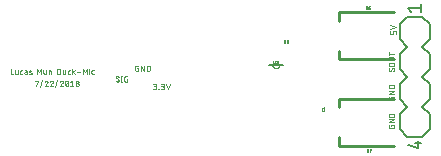
<source format=gbr>
G04 EAGLE Gerber RS-274X export*
G75*
%MOMM*%
%FSLAX34Y34*%
%LPD*%
%AMOC8*
5,1,8,0,0,1.08239X$1,22.5*%
G01*
%ADD10C,0.050800*%
%ADD11C,0.152400*%
%ADD12C,0.000000*%
%ADD13C,0.025400*%
%ADD14C,0.127000*%
%ADD15C,0.254000*%


D10*
X-83312Y9144D02*
X-83251Y9146D01*
X-83190Y9151D01*
X-83129Y9161D01*
X-83069Y9174D01*
X-83010Y9190D01*
X-82952Y9210D01*
X-82895Y9234D01*
X-82840Y9260D01*
X-82786Y9291D01*
X-82735Y9324D01*
X-82685Y9360D01*
X-82638Y9400D01*
X-82594Y9442D01*
X-82552Y9486D01*
X-82512Y9533D01*
X-82476Y9583D01*
X-82443Y9634D01*
X-82412Y9688D01*
X-82386Y9743D01*
X-82362Y9800D01*
X-82342Y9858D01*
X-82326Y9917D01*
X-82313Y9977D01*
X-82303Y10038D01*
X-82298Y10099D01*
X-82296Y10160D01*
X-83312Y9144D02*
X-83401Y9146D01*
X-83490Y9151D01*
X-83579Y9161D01*
X-83667Y9174D01*
X-83755Y9190D01*
X-83842Y9210D01*
X-83927Y9234D01*
X-84012Y9262D01*
X-84096Y9292D01*
X-84178Y9327D01*
X-84259Y9364D01*
X-84338Y9405D01*
X-84416Y9450D01*
X-84491Y9497D01*
X-84565Y9548D01*
X-84636Y9601D01*
X-84705Y9658D01*
X-84772Y9717D01*
X-84836Y9779D01*
X-84709Y12700D02*
X-84707Y12761D01*
X-84702Y12822D01*
X-84692Y12883D01*
X-84679Y12943D01*
X-84663Y13002D01*
X-84643Y13060D01*
X-84619Y13117D01*
X-84593Y13172D01*
X-84562Y13226D01*
X-84529Y13277D01*
X-84493Y13327D01*
X-84453Y13374D01*
X-84411Y13418D01*
X-84367Y13460D01*
X-84320Y13500D01*
X-84270Y13536D01*
X-84219Y13569D01*
X-84165Y13600D01*
X-84110Y13626D01*
X-84053Y13650D01*
X-83995Y13670D01*
X-83936Y13686D01*
X-83876Y13699D01*
X-83815Y13709D01*
X-83754Y13714D01*
X-83693Y13716D01*
X-83611Y13714D01*
X-83530Y13709D01*
X-83449Y13700D01*
X-83368Y13688D01*
X-83288Y13672D01*
X-83208Y13653D01*
X-83129Y13631D01*
X-83052Y13605D01*
X-82976Y13576D01*
X-82901Y13543D01*
X-82827Y13508D01*
X-82755Y13469D01*
X-82685Y13427D01*
X-82616Y13383D01*
X-82550Y13335D01*
X-84201Y11811D02*
X-84254Y11845D01*
X-84305Y11881D01*
X-84354Y11921D01*
X-84400Y11964D01*
X-84444Y12010D01*
X-84485Y12058D01*
X-84522Y12108D01*
X-84557Y12161D01*
X-84588Y12216D01*
X-84616Y12272D01*
X-84640Y12330D01*
X-84661Y12390D01*
X-84678Y12450D01*
X-84692Y12512D01*
X-84701Y12574D01*
X-84707Y12637D01*
X-84709Y12700D01*
X-82804Y11049D02*
X-82751Y11015D01*
X-82700Y10979D01*
X-82651Y10939D01*
X-82605Y10896D01*
X-82561Y10850D01*
X-82520Y10802D01*
X-82483Y10752D01*
X-82448Y10699D01*
X-82417Y10644D01*
X-82389Y10588D01*
X-82365Y10530D01*
X-82344Y10470D01*
X-82327Y10410D01*
X-82313Y10348D01*
X-82304Y10286D01*
X-82298Y10223D01*
X-82296Y10160D01*
X-82804Y11049D02*
X-84201Y11811D01*
X-80061Y13716D02*
X-80061Y9144D01*
X-80569Y9144D02*
X-79553Y9144D01*
X-79553Y13716D02*
X-80569Y13716D01*
X-75743Y11684D02*
X-74981Y11684D01*
X-74981Y9144D01*
X-76505Y9144D01*
X-76566Y9146D01*
X-76627Y9151D01*
X-76688Y9161D01*
X-76748Y9174D01*
X-76807Y9190D01*
X-76865Y9210D01*
X-76922Y9234D01*
X-76977Y9260D01*
X-77031Y9291D01*
X-77082Y9324D01*
X-77132Y9360D01*
X-77179Y9400D01*
X-77223Y9442D01*
X-77265Y9486D01*
X-77305Y9533D01*
X-77341Y9583D01*
X-77374Y9634D01*
X-77405Y9688D01*
X-77431Y9743D01*
X-77455Y9800D01*
X-77475Y9858D01*
X-77491Y9917D01*
X-77504Y9977D01*
X-77514Y10038D01*
X-77519Y10099D01*
X-77521Y10160D01*
X-77521Y12700D01*
X-77519Y12761D01*
X-77514Y12822D01*
X-77504Y12883D01*
X-77491Y12943D01*
X-77475Y13002D01*
X-77455Y13060D01*
X-77431Y13117D01*
X-77405Y13172D01*
X-77374Y13226D01*
X-77341Y13277D01*
X-77305Y13327D01*
X-77265Y13374D01*
X-77223Y13418D01*
X-77179Y13460D01*
X-77132Y13500D01*
X-77082Y13536D01*
X-77031Y13569D01*
X-76977Y13600D01*
X-76922Y13626D01*
X-76865Y13650D01*
X-76807Y13670D01*
X-76748Y13686D01*
X-76688Y13699D01*
X-76627Y13709D01*
X-76566Y13714D01*
X-76505Y13716D01*
X-74981Y13716D01*
X-66548Y20574D02*
X-65786Y20574D01*
X-65786Y18034D01*
X-67310Y18034D01*
X-67371Y18036D01*
X-67432Y18041D01*
X-67493Y18051D01*
X-67553Y18064D01*
X-67612Y18080D01*
X-67670Y18100D01*
X-67727Y18124D01*
X-67782Y18150D01*
X-67836Y18181D01*
X-67887Y18214D01*
X-67937Y18250D01*
X-67984Y18290D01*
X-68028Y18332D01*
X-68070Y18376D01*
X-68110Y18423D01*
X-68146Y18473D01*
X-68179Y18524D01*
X-68210Y18578D01*
X-68236Y18633D01*
X-68260Y18690D01*
X-68280Y18748D01*
X-68296Y18807D01*
X-68309Y18867D01*
X-68319Y18928D01*
X-68324Y18989D01*
X-68326Y19050D01*
X-68326Y21590D01*
X-68324Y21651D01*
X-68319Y21712D01*
X-68309Y21773D01*
X-68296Y21833D01*
X-68280Y21892D01*
X-68260Y21950D01*
X-68236Y22007D01*
X-68210Y22062D01*
X-68179Y22116D01*
X-68146Y22167D01*
X-68110Y22217D01*
X-68070Y22264D01*
X-68028Y22308D01*
X-67984Y22350D01*
X-67937Y22390D01*
X-67887Y22426D01*
X-67836Y22459D01*
X-67782Y22490D01*
X-67727Y22516D01*
X-67670Y22540D01*
X-67612Y22560D01*
X-67553Y22576D01*
X-67493Y22589D01*
X-67432Y22599D01*
X-67371Y22604D01*
X-67310Y22606D01*
X-65786Y22606D01*
X-63449Y22606D02*
X-63449Y18034D01*
X-60909Y18034D02*
X-63449Y22606D01*
X-60909Y22606D02*
X-60909Y18034D01*
X-58573Y18034D02*
X-58573Y22606D01*
X-57303Y22606D01*
X-57234Y22604D01*
X-57166Y22599D01*
X-57098Y22589D01*
X-57030Y22576D01*
X-56963Y22560D01*
X-56897Y22540D01*
X-56833Y22516D01*
X-56770Y22489D01*
X-56708Y22458D01*
X-56648Y22424D01*
X-56590Y22387D01*
X-56534Y22347D01*
X-56481Y22304D01*
X-56430Y22258D01*
X-56381Y22209D01*
X-56335Y22158D01*
X-56292Y22105D01*
X-56252Y22049D01*
X-56215Y21991D01*
X-56181Y21931D01*
X-56150Y21869D01*
X-56123Y21806D01*
X-56099Y21742D01*
X-56079Y21676D01*
X-56063Y21609D01*
X-56050Y21541D01*
X-56040Y21473D01*
X-56035Y21405D01*
X-56033Y21336D01*
X-56033Y19304D01*
X-56035Y19235D01*
X-56040Y19167D01*
X-56050Y19099D01*
X-56063Y19031D01*
X-56079Y18964D01*
X-56099Y18898D01*
X-56123Y18834D01*
X-56150Y18771D01*
X-56181Y18709D01*
X-56215Y18649D01*
X-56252Y18591D01*
X-56292Y18535D01*
X-56335Y18482D01*
X-56381Y18431D01*
X-56430Y18382D01*
X-56481Y18336D01*
X-56534Y18293D01*
X-56590Y18253D01*
X-56648Y18216D01*
X-56708Y18182D01*
X-56770Y18151D01*
X-56833Y18124D01*
X-56897Y18100D01*
X-56963Y18080D01*
X-57030Y18064D01*
X-57098Y18051D01*
X-57166Y18041D01*
X-57234Y18036D01*
X-57303Y18034D01*
X-58573Y18034D01*
X-53086Y2794D02*
X-51816Y2794D01*
X-51746Y2796D01*
X-51676Y2802D01*
X-51607Y2811D01*
X-51538Y2825D01*
X-51470Y2842D01*
X-51404Y2863D01*
X-51338Y2887D01*
X-51274Y2915D01*
X-51212Y2947D01*
X-51151Y2982D01*
X-51092Y3020D01*
X-51036Y3062D01*
X-50982Y3106D01*
X-50930Y3154D01*
X-50882Y3204D01*
X-50836Y3257D01*
X-50793Y3312D01*
X-50753Y3369D01*
X-50716Y3429D01*
X-50683Y3491D01*
X-50653Y3554D01*
X-50627Y3619D01*
X-50604Y3685D01*
X-50585Y3752D01*
X-50570Y3821D01*
X-50558Y3890D01*
X-50550Y3959D01*
X-50546Y4029D01*
X-50546Y4099D01*
X-50550Y4169D01*
X-50558Y4238D01*
X-50570Y4307D01*
X-50585Y4376D01*
X-50604Y4443D01*
X-50627Y4509D01*
X-50653Y4574D01*
X-50683Y4637D01*
X-50716Y4699D01*
X-50753Y4759D01*
X-50793Y4816D01*
X-50836Y4871D01*
X-50882Y4924D01*
X-50930Y4974D01*
X-50982Y5022D01*
X-51036Y5066D01*
X-51092Y5108D01*
X-51151Y5146D01*
X-51212Y5181D01*
X-51274Y5213D01*
X-51338Y5241D01*
X-51404Y5265D01*
X-51470Y5286D01*
X-51538Y5303D01*
X-51607Y5317D01*
X-51676Y5326D01*
X-51746Y5332D01*
X-51816Y5334D01*
X-51562Y7366D02*
X-53086Y7366D01*
X-51562Y7366D02*
X-51499Y7364D01*
X-51437Y7358D01*
X-51375Y7349D01*
X-51314Y7335D01*
X-51254Y7318D01*
X-51195Y7297D01*
X-51137Y7273D01*
X-51081Y7245D01*
X-51027Y7214D01*
X-50975Y7179D01*
X-50925Y7142D01*
X-50878Y7101D01*
X-50833Y7057D01*
X-50790Y7011D01*
X-50751Y6962D01*
X-50715Y6911D01*
X-50682Y6858D01*
X-50653Y6803D01*
X-50626Y6746D01*
X-50604Y6688D01*
X-50585Y6628D01*
X-50570Y6567D01*
X-50558Y6506D01*
X-50550Y6444D01*
X-50546Y6381D01*
X-50546Y6319D01*
X-50550Y6256D01*
X-50558Y6194D01*
X-50570Y6133D01*
X-50585Y6072D01*
X-50604Y6012D01*
X-50626Y5954D01*
X-50653Y5897D01*
X-50682Y5842D01*
X-50715Y5789D01*
X-50751Y5738D01*
X-50790Y5689D01*
X-50833Y5643D01*
X-50878Y5599D01*
X-50925Y5558D01*
X-50975Y5521D01*
X-51027Y5486D01*
X-51081Y5455D01*
X-51137Y5427D01*
X-51195Y5403D01*
X-51254Y5382D01*
X-51314Y5365D01*
X-51375Y5351D01*
X-51437Y5342D01*
X-51499Y5336D01*
X-51562Y5334D01*
X-52578Y5334D01*
X-48743Y3048D02*
X-48743Y2794D01*
X-48743Y3048D02*
X-48489Y3048D01*
X-48489Y2794D01*
X-48743Y2794D01*
X-46685Y2794D02*
X-45415Y2794D01*
X-45345Y2796D01*
X-45275Y2802D01*
X-45206Y2811D01*
X-45137Y2825D01*
X-45069Y2842D01*
X-45003Y2863D01*
X-44937Y2887D01*
X-44873Y2915D01*
X-44811Y2947D01*
X-44750Y2982D01*
X-44691Y3020D01*
X-44635Y3062D01*
X-44581Y3106D01*
X-44529Y3154D01*
X-44481Y3204D01*
X-44435Y3257D01*
X-44392Y3312D01*
X-44352Y3369D01*
X-44315Y3429D01*
X-44282Y3491D01*
X-44252Y3554D01*
X-44226Y3619D01*
X-44203Y3685D01*
X-44184Y3752D01*
X-44169Y3821D01*
X-44157Y3890D01*
X-44149Y3959D01*
X-44145Y4029D01*
X-44145Y4099D01*
X-44149Y4169D01*
X-44157Y4238D01*
X-44169Y4307D01*
X-44184Y4376D01*
X-44203Y4443D01*
X-44226Y4509D01*
X-44252Y4574D01*
X-44282Y4637D01*
X-44315Y4699D01*
X-44352Y4759D01*
X-44392Y4816D01*
X-44435Y4871D01*
X-44481Y4924D01*
X-44529Y4974D01*
X-44581Y5022D01*
X-44635Y5066D01*
X-44691Y5108D01*
X-44750Y5146D01*
X-44811Y5181D01*
X-44873Y5213D01*
X-44937Y5241D01*
X-45003Y5265D01*
X-45069Y5286D01*
X-45137Y5303D01*
X-45206Y5317D01*
X-45275Y5326D01*
X-45345Y5332D01*
X-45415Y5334D01*
X-45161Y7366D02*
X-46685Y7366D01*
X-45161Y7366D02*
X-45098Y7364D01*
X-45036Y7358D01*
X-44974Y7349D01*
X-44913Y7335D01*
X-44853Y7318D01*
X-44794Y7297D01*
X-44736Y7273D01*
X-44680Y7245D01*
X-44626Y7214D01*
X-44574Y7179D01*
X-44524Y7142D01*
X-44477Y7101D01*
X-44432Y7057D01*
X-44389Y7011D01*
X-44350Y6962D01*
X-44314Y6911D01*
X-44281Y6858D01*
X-44252Y6803D01*
X-44225Y6746D01*
X-44203Y6688D01*
X-44184Y6628D01*
X-44169Y6567D01*
X-44157Y6506D01*
X-44149Y6444D01*
X-44145Y6381D01*
X-44145Y6319D01*
X-44149Y6256D01*
X-44157Y6194D01*
X-44169Y6133D01*
X-44184Y6072D01*
X-44203Y6012D01*
X-44225Y5954D01*
X-44252Y5897D01*
X-44281Y5842D01*
X-44314Y5789D01*
X-44350Y5738D01*
X-44389Y5689D01*
X-44432Y5643D01*
X-44477Y5599D01*
X-44524Y5558D01*
X-44574Y5521D01*
X-44626Y5486D01*
X-44680Y5455D01*
X-44736Y5427D01*
X-44794Y5403D01*
X-44853Y5382D01*
X-44913Y5365D01*
X-44974Y5351D01*
X-45036Y5342D01*
X-45098Y5336D01*
X-45161Y5334D01*
X-46177Y5334D01*
X-42367Y7366D02*
X-40843Y2794D01*
X-39319Y7366D01*
X152146Y49530D02*
X152146Y51054D01*
X152144Y51115D01*
X152139Y51176D01*
X152129Y51237D01*
X152116Y51297D01*
X152100Y51356D01*
X152080Y51414D01*
X152056Y51471D01*
X152030Y51526D01*
X151999Y51580D01*
X151966Y51631D01*
X151930Y51681D01*
X151890Y51728D01*
X151848Y51772D01*
X151804Y51814D01*
X151757Y51854D01*
X151707Y51890D01*
X151656Y51923D01*
X151602Y51954D01*
X151547Y51980D01*
X151490Y52004D01*
X151432Y52024D01*
X151373Y52040D01*
X151313Y52053D01*
X151252Y52063D01*
X151191Y52068D01*
X151130Y52070D01*
X150622Y52070D01*
X150561Y52068D01*
X150500Y52063D01*
X150439Y52053D01*
X150379Y52040D01*
X150320Y52024D01*
X150262Y52004D01*
X150205Y51980D01*
X150150Y51954D01*
X150096Y51923D01*
X150045Y51890D01*
X149995Y51854D01*
X149948Y51814D01*
X149904Y51772D01*
X149862Y51728D01*
X149822Y51681D01*
X149786Y51631D01*
X149753Y51580D01*
X149722Y51526D01*
X149696Y51471D01*
X149672Y51414D01*
X149652Y51356D01*
X149636Y51297D01*
X149623Y51237D01*
X149613Y51176D01*
X149608Y51115D01*
X149606Y51054D01*
X149606Y49530D01*
X147574Y49530D01*
X147574Y52070D01*
X147574Y53848D02*
X152146Y55372D01*
X147574Y56896D01*
X149860Y20472D02*
X149921Y20470D01*
X149982Y20465D01*
X150043Y20455D01*
X150103Y20442D01*
X150162Y20426D01*
X150220Y20406D01*
X150277Y20382D01*
X150332Y20356D01*
X150386Y20325D01*
X150437Y20292D01*
X150487Y20256D01*
X150534Y20216D01*
X150578Y20174D01*
X150620Y20130D01*
X150660Y20083D01*
X150696Y20033D01*
X150729Y19982D01*
X150760Y19928D01*
X150786Y19873D01*
X150810Y19816D01*
X150830Y19758D01*
X150846Y19699D01*
X150859Y19639D01*
X150869Y19578D01*
X150874Y19517D01*
X150876Y19456D01*
X150874Y19367D01*
X150869Y19278D01*
X150859Y19189D01*
X150846Y19101D01*
X150830Y19013D01*
X150810Y18926D01*
X150786Y18841D01*
X150758Y18756D01*
X150728Y18672D01*
X150693Y18590D01*
X150656Y18509D01*
X150615Y18430D01*
X150570Y18352D01*
X150523Y18277D01*
X150472Y18203D01*
X150419Y18132D01*
X150362Y18063D01*
X150303Y17996D01*
X150241Y17932D01*
X147320Y18059D02*
X147259Y18061D01*
X147198Y18066D01*
X147137Y18076D01*
X147077Y18089D01*
X147018Y18105D01*
X146960Y18125D01*
X146903Y18149D01*
X146848Y18175D01*
X146794Y18206D01*
X146743Y18239D01*
X146693Y18275D01*
X146646Y18315D01*
X146602Y18357D01*
X146560Y18401D01*
X146520Y18448D01*
X146484Y18498D01*
X146451Y18549D01*
X146420Y18603D01*
X146394Y18658D01*
X146370Y18715D01*
X146350Y18773D01*
X146334Y18832D01*
X146321Y18892D01*
X146311Y18953D01*
X146306Y19014D01*
X146304Y19075D01*
X146306Y19157D01*
X146311Y19238D01*
X146320Y19319D01*
X146332Y19400D01*
X146348Y19480D01*
X146367Y19560D01*
X146389Y19639D01*
X146415Y19716D01*
X146444Y19792D01*
X146477Y19867D01*
X146512Y19941D01*
X146551Y20013D01*
X146593Y20083D01*
X146637Y20152D01*
X146685Y20218D01*
X148209Y18567D02*
X148175Y18514D01*
X148139Y18463D01*
X148099Y18414D01*
X148056Y18368D01*
X148010Y18324D01*
X147962Y18283D01*
X147912Y18246D01*
X147859Y18211D01*
X147804Y18180D01*
X147748Y18152D01*
X147690Y18128D01*
X147630Y18107D01*
X147570Y18090D01*
X147508Y18076D01*
X147446Y18067D01*
X147383Y18061D01*
X147320Y18059D01*
X148971Y19965D02*
X149005Y20018D01*
X149041Y20069D01*
X149081Y20118D01*
X149124Y20164D01*
X149170Y20208D01*
X149218Y20249D01*
X149268Y20286D01*
X149321Y20321D01*
X149376Y20352D01*
X149432Y20380D01*
X149490Y20404D01*
X149550Y20425D01*
X149610Y20442D01*
X149672Y20456D01*
X149734Y20465D01*
X149797Y20471D01*
X149860Y20473D01*
X148971Y19964D02*
X148209Y18567D01*
X147574Y22352D02*
X149606Y22352D01*
X147574Y22352D02*
X147504Y22354D01*
X147434Y22360D01*
X147365Y22369D01*
X147296Y22383D01*
X147228Y22400D01*
X147162Y22421D01*
X147096Y22445D01*
X147032Y22473D01*
X146970Y22505D01*
X146909Y22540D01*
X146850Y22578D01*
X146794Y22620D01*
X146740Y22664D01*
X146688Y22712D01*
X146640Y22762D01*
X146594Y22815D01*
X146551Y22870D01*
X146511Y22927D01*
X146474Y22987D01*
X146441Y23049D01*
X146411Y23112D01*
X146385Y23177D01*
X146362Y23243D01*
X146343Y23310D01*
X146328Y23379D01*
X146316Y23448D01*
X146308Y23517D01*
X146304Y23587D01*
X146304Y23657D01*
X146308Y23727D01*
X146316Y23796D01*
X146328Y23865D01*
X146343Y23934D01*
X146362Y24001D01*
X146385Y24067D01*
X146411Y24132D01*
X146441Y24195D01*
X146474Y24257D01*
X146511Y24317D01*
X146551Y24374D01*
X146594Y24429D01*
X146640Y24482D01*
X146688Y24532D01*
X146740Y24580D01*
X146794Y24624D01*
X146850Y24666D01*
X146909Y24704D01*
X146970Y24739D01*
X147032Y24771D01*
X147096Y24799D01*
X147162Y24823D01*
X147228Y24844D01*
X147296Y24861D01*
X147365Y24875D01*
X147434Y24884D01*
X147504Y24890D01*
X147574Y24892D01*
X149606Y24892D01*
X149676Y24890D01*
X149746Y24884D01*
X149815Y24875D01*
X149884Y24861D01*
X149952Y24844D01*
X150018Y24823D01*
X150084Y24799D01*
X150148Y24771D01*
X150210Y24739D01*
X150271Y24704D01*
X150330Y24666D01*
X150386Y24624D01*
X150440Y24580D01*
X150492Y24532D01*
X150540Y24482D01*
X150586Y24429D01*
X150629Y24374D01*
X150669Y24317D01*
X150706Y24257D01*
X150739Y24195D01*
X150769Y24132D01*
X150795Y24067D01*
X150818Y24001D01*
X150837Y23934D01*
X150852Y23865D01*
X150864Y23796D01*
X150872Y23727D01*
X150876Y23657D01*
X150876Y23587D01*
X150872Y23517D01*
X150864Y23448D01*
X150852Y23379D01*
X150837Y23310D01*
X150818Y23243D01*
X150795Y23177D01*
X150769Y23112D01*
X150739Y23049D01*
X150706Y22987D01*
X150669Y22927D01*
X150629Y22870D01*
X150586Y22815D01*
X150540Y22762D01*
X150492Y22712D01*
X150440Y22664D01*
X150386Y22620D01*
X150330Y22578D01*
X150271Y22540D01*
X150210Y22505D01*
X150148Y22473D01*
X150084Y22445D01*
X150018Y22421D01*
X149952Y22400D01*
X149884Y22383D01*
X149815Y22369D01*
X149746Y22360D01*
X149676Y22354D01*
X149606Y22352D01*
X149606Y27076D02*
X146304Y27076D01*
X149606Y27076D02*
X149676Y27078D01*
X149746Y27084D01*
X149815Y27093D01*
X149884Y27107D01*
X149952Y27124D01*
X150018Y27145D01*
X150084Y27169D01*
X150148Y27197D01*
X150210Y27229D01*
X150271Y27264D01*
X150330Y27302D01*
X150386Y27344D01*
X150440Y27388D01*
X150492Y27436D01*
X150540Y27486D01*
X150586Y27539D01*
X150629Y27594D01*
X150669Y27651D01*
X150706Y27711D01*
X150739Y27773D01*
X150769Y27836D01*
X150795Y27901D01*
X150818Y27967D01*
X150837Y28034D01*
X150852Y28103D01*
X150864Y28172D01*
X150872Y28241D01*
X150876Y28311D01*
X150876Y28381D01*
X150872Y28451D01*
X150864Y28520D01*
X150852Y28589D01*
X150837Y28658D01*
X150818Y28725D01*
X150795Y28791D01*
X150769Y28856D01*
X150739Y28919D01*
X150706Y28981D01*
X150669Y29041D01*
X150629Y29098D01*
X150586Y29153D01*
X150540Y29206D01*
X150492Y29256D01*
X150440Y29304D01*
X150386Y29348D01*
X150330Y29390D01*
X150271Y29428D01*
X150210Y29463D01*
X150148Y29495D01*
X150084Y29523D01*
X150018Y29547D01*
X149952Y29568D01*
X149884Y29585D01*
X149815Y29599D01*
X149746Y29608D01*
X149676Y29614D01*
X149606Y29616D01*
X146304Y29616D01*
X146304Y32766D02*
X150876Y32766D01*
X146304Y31496D02*
X146304Y34036D01*
X148336Y-3658D02*
X148336Y-4420D01*
X148336Y-3658D02*
X150876Y-3658D01*
X150876Y-5182D01*
X150874Y-5243D01*
X150869Y-5304D01*
X150859Y-5365D01*
X150846Y-5425D01*
X150830Y-5484D01*
X150810Y-5542D01*
X150786Y-5599D01*
X150760Y-5654D01*
X150729Y-5708D01*
X150696Y-5759D01*
X150660Y-5809D01*
X150620Y-5856D01*
X150578Y-5900D01*
X150534Y-5942D01*
X150487Y-5982D01*
X150437Y-6018D01*
X150386Y-6051D01*
X150332Y-6082D01*
X150277Y-6108D01*
X150220Y-6132D01*
X150162Y-6152D01*
X150103Y-6168D01*
X150043Y-6181D01*
X149982Y-6191D01*
X149921Y-6196D01*
X149860Y-6198D01*
X147320Y-6198D01*
X147259Y-6196D01*
X147198Y-6191D01*
X147137Y-6181D01*
X147077Y-6168D01*
X147018Y-6152D01*
X146960Y-6132D01*
X146903Y-6108D01*
X146848Y-6082D01*
X146794Y-6051D01*
X146743Y-6018D01*
X146693Y-5982D01*
X146646Y-5942D01*
X146602Y-5900D01*
X146560Y-5856D01*
X146520Y-5809D01*
X146484Y-5759D01*
X146451Y-5708D01*
X146420Y-5654D01*
X146394Y-5599D01*
X146370Y-5542D01*
X146350Y-5484D01*
X146334Y-5425D01*
X146321Y-5365D01*
X146311Y-5304D01*
X146306Y-5243D01*
X146304Y-5182D01*
X146304Y-3658D01*
X146304Y-1321D02*
X150876Y-1321D01*
X150876Y1219D02*
X146304Y-1321D01*
X146304Y1219D02*
X150876Y1219D01*
X150876Y3556D02*
X146304Y3556D01*
X146304Y4826D01*
X146306Y4895D01*
X146311Y4963D01*
X146321Y5031D01*
X146334Y5099D01*
X146350Y5166D01*
X146370Y5232D01*
X146394Y5296D01*
X146421Y5359D01*
X146452Y5421D01*
X146486Y5481D01*
X146523Y5539D01*
X146563Y5595D01*
X146606Y5648D01*
X146652Y5699D01*
X146701Y5748D01*
X146752Y5794D01*
X146805Y5837D01*
X146861Y5877D01*
X146919Y5914D01*
X146979Y5948D01*
X147041Y5979D01*
X147104Y6006D01*
X147168Y6030D01*
X147234Y6050D01*
X147301Y6066D01*
X147369Y6079D01*
X147437Y6089D01*
X147505Y6094D01*
X147574Y6096D01*
X149606Y6096D01*
X149675Y6094D01*
X149743Y6089D01*
X149811Y6079D01*
X149879Y6066D01*
X149946Y6050D01*
X150012Y6030D01*
X150076Y6006D01*
X150139Y5979D01*
X150201Y5948D01*
X150261Y5914D01*
X150319Y5877D01*
X150375Y5837D01*
X150428Y5794D01*
X150479Y5748D01*
X150528Y5699D01*
X150574Y5648D01*
X150617Y5595D01*
X150657Y5539D01*
X150694Y5481D01*
X150728Y5421D01*
X150759Y5359D01*
X150786Y5296D01*
X150810Y5232D01*
X150830Y5166D01*
X150846Y5099D01*
X150859Y5031D01*
X150869Y4963D01*
X150874Y4895D01*
X150876Y4826D01*
X150876Y3556D01*
X148336Y-27788D02*
X148336Y-28550D01*
X148336Y-27788D02*
X150876Y-27788D01*
X150876Y-29312D01*
X150874Y-29373D01*
X150869Y-29434D01*
X150859Y-29495D01*
X150846Y-29555D01*
X150830Y-29614D01*
X150810Y-29672D01*
X150786Y-29729D01*
X150760Y-29784D01*
X150729Y-29838D01*
X150696Y-29889D01*
X150660Y-29939D01*
X150620Y-29986D01*
X150578Y-30030D01*
X150534Y-30072D01*
X150487Y-30112D01*
X150437Y-30148D01*
X150386Y-30181D01*
X150332Y-30212D01*
X150277Y-30238D01*
X150220Y-30262D01*
X150162Y-30282D01*
X150103Y-30298D01*
X150043Y-30311D01*
X149982Y-30321D01*
X149921Y-30326D01*
X149860Y-30328D01*
X147320Y-30328D01*
X147259Y-30326D01*
X147198Y-30321D01*
X147137Y-30311D01*
X147077Y-30298D01*
X147018Y-30282D01*
X146960Y-30262D01*
X146903Y-30238D01*
X146848Y-30212D01*
X146794Y-30181D01*
X146743Y-30148D01*
X146693Y-30112D01*
X146646Y-30072D01*
X146602Y-30030D01*
X146560Y-29986D01*
X146520Y-29939D01*
X146484Y-29889D01*
X146451Y-29838D01*
X146420Y-29784D01*
X146394Y-29729D01*
X146370Y-29672D01*
X146350Y-29614D01*
X146334Y-29555D01*
X146321Y-29495D01*
X146311Y-29434D01*
X146306Y-29373D01*
X146304Y-29312D01*
X146304Y-27788D01*
X146304Y-25451D02*
X150876Y-25451D01*
X150876Y-22911D02*
X146304Y-25451D01*
X146304Y-22911D02*
X150876Y-22911D01*
X150876Y-20574D02*
X146304Y-20574D01*
X146304Y-19304D01*
X146306Y-19235D01*
X146311Y-19167D01*
X146321Y-19099D01*
X146334Y-19031D01*
X146350Y-18964D01*
X146370Y-18898D01*
X146394Y-18834D01*
X146421Y-18771D01*
X146452Y-18709D01*
X146486Y-18649D01*
X146523Y-18591D01*
X146563Y-18535D01*
X146606Y-18482D01*
X146652Y-18431D01*
X146701Y-18382D01*
X146752Y-18336D01*
X146805Y-18293D01*
X146861Y-18253D01*
X146919Y-18216D01*
X146979Y-18182D01*
X147041Y-18151D01*
X147104Y-18124D01*
X147168Y-18100D01*
X147234Y-18080D01*
X147301Y-18064D01*
X147369Y-18051D01*
X147437Y-18041D01*
X147505Y-18036D01*
X147574Y-18034D01*
X149606Y-18034D01*
X149675Y-18036D01*
X149743Y-18041D01*
X149811Y-18051D01*
X149879Y-18064D01*
X149946Y-18080D01*
X150012Y-18100D01*
X150076Y-18124D01*
X150139Y-18151D01*
X150201Y-18182D01*
X150261Y-18216D01*
X150319Y-18253D01*
X150375Y-18293D01*
X150428Y-18336D01*
X150479Y-18382D01*
X150528Y-18431D01*
X150574Y-18482D01*
X150617Y-18535D01*
X150657Y-18591D01*
X150694Y-18649D01*
X150728Y-18709D01*
X150759Y-18771D01*
X150786Y-18834D01*
X150810Y-18898D01*
X150830Y-18964D01*
X150846Y-19031D01*
X150859Y-19099D01*
X150869Y-19167D01*
X150874Y-19235D01*
X150876Y-19304D01*
X150876Y-20574D01*
X-173736Y15494D02*
X-173736Y20066D01*
X-173736Y15494D02*
X-171704Y15494D01*
X-169835Y16256D02*
X-169835Y18542D01*
X-169835Y16256D02*
X-169833Y16202D01*
X-169827Y16148D01*
X-169818Y16094D01*
X-169804Y16041D01*
X-169787Y15990D01*
X-169766Y15939D01*
X-169742Y15891D01*
X-169714Y15844D01*
X-169683Y15799D01*
X-169649Y15757D01*
X-169612Y15717D01*
X-169572Y15680D01*
X-169530Y15646D01*
X-169485Y15615D01*
X-169438Y15587D01*
X-169390Y15563D01*
X-169339Y15542D01*
X-169288Y15525D01*
X-169235Y15511D01*
X-169181Y15502D01*
X-169127Y15496D01*
X-169073Y15494D01*
X-167803Y15494D01*
X-167803Y18542D01*
X-164952Y15494D02*
X-163936Y15494D01*
X-164952Y15494D02*
X-165006Y15496D01*
X-165060Y15502D01*
X-165114Y15511D01*
X-165167Y15525D01*
X-165218Y15542D01*
X-165269Y15563D01*
X-165317Y15587D01*
X-165364Y15615D01*
X-165409Y15646D01*
X-165451Y15680D01*
X-165491Y15717D01*
X-165528Y15757D01*
X-165562Y15799D01*
X-165593Y15844D01*
X-165621Y15891D01*
X-165645Y15939D01*
X-165666Y15990D01*
X-165683Y16041D01*
X-165697Y16094D01*
X-165706Y16148D01*
X-165712Y16202D01*
X-165714Y16256D01*
X-165714Y17780D01*
X-165712Y17834D01*
X-165706Y17888D01*
X-165697Y17942D01*
X-165683Y17995D01*
X-165666Y18046D01*
X-165645Y18097D01*
X-165621Y18145D01*
X-165593Y18192D01*
X-165562Y18237D01*
X-165528Y18279D01*
X-165491Y18319D01*
X-165451Y18356D01*
X-165409Y18390D01*
X-165364Y18421D01*
X-165317Y18449D01*
X-165269Y18473D01*
X-165218Y18494D01*
X-165167Y18511D01*
X-165114Y18525D01*
X-165060Y18534D01*
X-165006Y18540D01*
X-164952Y18542D01*
X-163936Y18542D01*
X-161352Y17272D02*
X-160209Y17272D01*
X-161352Y17272D02*
X-161410Y17270D01*
X-161468Y17264D01*
X-161525Y17255D01*
X-161582Y17242D01*
X-161638Y17225D01*
X-161692Y17204D01*
X-161745Y17180D01*
X-161797Y17153D01*
X-161846Y17122D01*
X-161893Y17088D01*
X-161938Y17051D01*
X-161981Y17012D01*
X-162020Y16969D01*
X-162057Y16924D01*
X-162091Y16877D01*
X-162122Y16828D01*
X-162149Y16776D01*
X-162173Y16723D01*
X-162194Y16669D01*
X-162211Y16613D01*
X-162224Y16556D01*
X-162233Y16499D01*
X-162239Y16441D01*
X-162241Y16383D01*
X-162239Y16325D01*
X-162233Y16267D01*
X-162224Y16210D01*
X-162211Y16153D01*
X-162194Y16097D01*
X-162173Y16043D01*
X-162149Y15990D01*
X-162122Y15939D01*
X-162091Y15889D01*
X-162057Y15842D01*
X-162020Y15797D01*
X-161981Y15754D01*
X-161938Y15715D01*
X-161893Y15678D01*
X-161846Y15644D01*
X-161797Y15613D01*
X-161745Y15586D01*
X-161692Y15562D01*
X-161638Y15541D01*
X-161582Y15524D01*
X-161525Y15511D01*
X-161468Y15502D01*
X-161410Y15496D01*
X-161352Y15494D01*
X-160209Y15494D01*
X-160209Y17780D01*
X-160211Y17834D01*
X-160217Y17888D01*
X-160226Y17942D01*
X-160240Y17995D01*
X-160257Y18046D01*
X-160278Y18097D01*
X-160302Y18145D01*
X-160330Y18192D01*
X-160361Y18237D01*
X-160395Y18279D01*
X-160432Y18319D01*
X-160472Y18356D01*
X-160514Y18390D01*
X-160559Y18421D01*
X-160606Y18449D01*
X-160654Y18473D01*
X-160705Y18494D01*
X-160756Y18511D01*
X-160809Y18525D01*
X-160863Y18534D01*
X-160917Y18540D01*
X-160971Y18542D01*
X-161987Y18542D01*
X-157719Y17272D02*
X-156449Y16764D01*
X-157719Y17271D02*
X-157765Y17292D01*
X-157810Y17316D01*
X-157852Y17344D01*
X-157893Y17374D01*
X-157931Y17408D01*
X-157966Y17445D01*
X-157998Y17484D01*
X-158028Y17525D01*
X-158053Y17569D01*
X-158076Y17615D01*
X-158095Y17662D01*
X-158110Y17710D01*
X-158121Y17760D01*
X-158129Y17810D01*
X-158133Y17861D01*
X-158132Y17911D01*
X-158128Y17962D01*
X-158120Y18012D01*
X-158108Y18062D01*
X-158093Y18110D01*
X-158073Y18157D01*
X-158050Y18202D01*
X-158024Y18246D01*
X-157995Y18287D01*
X-157962Y18326D01*
X-157926Y18362D01*
X-157888Y18396D01*
X-157847Y18426D01*
X-157805Y18453D01*
X-157760Y18477D01*
X-157713Y18497D01*
X-157665Y18514D01*
X-157616Y18527D01*
X-157566Y18536D01*
X-157515Y18541D01*
X-157465Y18542D01*
X-157358Y18538D01*
X-157251Y18531D01*
X-157144Y18519D01*
X-157038Y18504D01*
X-156933Y18484D01*
X-156828Y18461D01*
X-156725Y18434D01*
X-156622Y18403D01*
X-156521Y18368D01*
X-156421Y18330D01*
X-156322Y18288D01*
X-156449Y16765D02*
X-156403Y16744D01*
X-156358Y16720D01*
X-156316Y16692D01*
X-156275Y16662D01*
X-156237Y16628D01*
X-156202Y16591D01*
X-156170Y16552D01*
X-156140Y16511D01*
X-156115Y16467D01*
X-156092Y16421D01*
X-156073Y16374D01*
X-156058Y16326D01*
X-156047Y16276D01*
X-156039Y16226D01*
X-156035Y16175D01*
X-156036Y16125D01*
X-156040Y16074D01*
X-156048Y16024D01*
X-156060Y15974D01*
X-156075Y15926D01*
X-156095Y15879D01*
X-156118Y15834D01*
X-156144Y15790D01*
X-156173Y15749D01*
X-156206Y15710D01*
X-156242Y15674D01*
X-156280Y15640D01*
X-156321Y15610D01*
X-156363Y15583D01*
X-156408Y15559D01*
X-156455Y15539D01*
X-156503Y15522D01*
X-156552Y15509D01*
X-156602Y15500D01*
X-156653Y15495D01*
X-156703Y15494D01*
X-156703Y15493D02*
X-156832Y15497D01*
X-156962Y15505D01*
X-157091Y15517D01*
X-157220Y15532D01*
X-157348Y15551D01*
X-157475Y15575D01*
X-157602Y15602D01*
X-157728Y15632D01*
X-157853Y15667D01*
X-157977Y15705D01*
X-158100Y15747D01*
X-151445Y15494D02*
X-151445Y20066D01*
X-149921Y17526D01*
X-148397Y20066D01*
X-148397Y15494D01*
X-146060Y16256D02*
X-146060Y18542D01*
X-146060Y16256D02*
X-146058Y16202D01*
X-146052Y16148D01*
X-146043Y16094D01*
X-146029Y16041D01*
X-146012Y15990D01*
X-145991Y15939D01*
X-145967Y15891D01*
X-145939Y15844D01*
X-145908Y15799D01*
X-145874Y15757D01*
X-145837Y15717D01*
X-145797Y15680D01*
X-145755Y15646D01*
X-145710Y15615D01*
X-145663Y15587D01*
X-145615Y15563D01*
X-145564Y15542D01*
X-145513Y15525D01*
X-145460Y15511D01*
X-145406Y15502D01*
X-145352Y15496D01*
X-145298Y15494D01*
X-144028Y15494D01*
X-144028Y18542D01*
X-141793Y18542D02*
X-141793Y15494D01*
X-141793Y18542D02*
X-140523Y18542D01*
X-140469Y18540D01*
X-140415Y18534D01*
X-140361Y18525D01*
X-140308Y18511D01*
X-140257Y18494D01*
X-140206Y18473D01*
X-140158Y18449D01*
X-140111Y18421D01*
X-140066Y18390D01*
X-140024Y18356D01*
X-139984Y18319D01*
X-139947Y18279D01*
X-139913Y18237D01*
X-139882Y18192D01*
X-139854Y18145D01*
X-139830Y18097D01*
X-139809Y18046D01*
X-139792Y17995D01*
X-139778Y17942D01*
X-139769Y17888D01*
X-139763Y17834D01*
X-139761Y17780D01*
X-139761Y15494D01*
X-134366Y15494D02*
X-134366Y20066D01*
X-133096Y20066D01*
X-133027Y20064D01*
X-132959Y20059D01*
X-132891Y20049D01*
X-132823Y20036D01*
X-132756Y20020D01*
X-132690Y20000D01*
X-132626Y19976D01*
X-132563Y19949D01*
X-132501Y19918D01*
X-132441Y19884D01*
X-132383Y19847D01*
X-132327Y19807D01*
X-132274Y19764D01*
X-132223Y19718D01*
X-132174Y19669D01*
X-132128Y19618D01*
X-132085Y19565D01*
X-132045Y19509D01*
X-132008Y19451D01*
X-131974Y19391D01*
X-131943Y19329D01*
X-131916Y19266D01*
X-131892Y19202D01*
X-131872Y19136D01*
X-131856Y19069D01*
X-131843Y19001D01*
X-131833Y18933D01*
X-131828Y18865D01*
X-131826Y18796D01*
X-131826Y16764D01*
X-131828Y16695D01*
X-131833Y16627D01*
X-131843Y16559D01*
X-131856Y16491D01*
X-131872Y16424D01*
X-131892Y16358D01*
X-131916Y16294D01*
X-131943Y16231D01*
X-131974Y16169D01*
X-132008Y16109D01*
X-132045Y16051D01*
X-132085Y15995D01*
X-132128Y15942D01*
X-132174Y15891D01*
X-132223Y15842D01*
X-132274Y15796D01*
X-132327Y15753D01*
X-132383Y15713D01*
X-132441Y15676D01*
X-132501Y15642D01*
X-132563Y15611D01*
X-132626Y15584D01*
X-132690Y15560D01*
X-132756Y15540D01*
X-132823Y15524D01*
X-132891Y15511D01*
X-132959Y15501D01*
X-133027Y15496D01*
X-133096Y15494D01*
X-134366Y15494D01*
X-129540Y16256D02*
X-129540Y18542D01*
X-129540Y16256D02*
X-129538Y16202D01*
X-129532Y16148D01*
X-129523Y16094D01*
X-129509Y16041D01*
X-129492Y15990D01*
X-129471Y15939D01*
X-129447Y15891D01*
X-129419Y15844D01*
X-129388Y15799D01*
X-129354Y15757D01*
X-129317Y15717D01*
X-129277Y15680D01*
X-129235Y15646D01*
X-129190Y15615D01*
X-129143Y15587D01*
X-129095Y15563D01*
X-129044Y15542D01*
X-128993Y15525D01*
X-128940Y15511D01*
X-128886Y15502D01*
X-128832Y15496D01*
X-128778Y15494D01*
X-127508Y15494D01*
X-127508Y18542D01*
X-124657Y15494D02*
X-123641Y15494D01*
X-124657Y15494D02*
X-124711Y15496D01*
X-124765Y15502D01*
X-124819Y15511D01*
X-124872Y15525D01*
X-124923Y15542D01*
X-124974Y15563D01*
X-125022Y15587D01*
X-125069Y15615D01*
X-125114Y15646D01*
X-125156Y15680D01*
X-125196Y15717D01*
X-125233Y15757D01*
X-125267Y15799D01*
X-125298Y15844D01*
X-125326Y15891D01*
X-125350Y15939D01*
X-125371Y15990D01*
X-125388Y16041D01*
X-125402Y16094D01*
X-125411Y16148D01*
X-125417Y16202D01*
X-125419Y16256D01*
X-125419Y17780D01*
X-125417Y17834D01*
X-125411Y17888D01*
X-125402Y17942D01*
X-125388Y17995D01*
X-125371Y18046D01*
X-125350Y18097D01*
X-125326Y18145D01*
X-125298Y18192D01*
X-125267Y18237D01*
X-125233Y18279D01*
X-125196Y18319D01*
X-125156Y18356D01*
X-125114Y18390D01*
X-125069Y18421D01*
X-125022Y18449D01*
X-124974Y18473D01*
X-124923Y18494D01*
X-124872Y18511D01*
X-124819Y18525D01*
X-124765Y18534D01*
X-124711Y18540D01*
X-124657Y18542D01*
X-123641Y18542D01*
X-121707Y20066D02*
X-121707Y15494D01*
X-121707Y17018D02*
X-119675Y18542D01*
X-120818Y17653D02*
X-119675Y15494D01*
X-117856Y17272D02*
X-114808Y17272D01*
X-112522Y15494D02*
X-112522Y20066D01*
X-110998Y17526D01*
X-109474Y20066D01*
X-109474Y15494D01*
X-107341Y15494D02*
X-107341Y18542D01*
X-107468Y19812D02*
X-107468Y20066D01*
X-107214Y20066D01*
X-107214Y19812D01*
X-107468Y19812D01*
X-104693Y15494D02*
X-103677Y15494D01*
X-104693Y15494D02*
X-104747Y15496D01*
X-104801Y15502D01*
X-104855Y15511D01*
X-104908Y15525D01*
X-104959Y15542D01*
X-105010Y15563D01*
X-105058Y15587D01*
X-105105Y15615D01*
X-105150Y15646D01*
X-105192Y15680D01*
X-105232Y15717D01*
X-105269Y15757D01*
X-105303Y15799D01*
X-105334Y15844D01*
X-105362Y15891D01*
X-105386Y15939D01*
X-105407Y15990D01*
X-105424Y16041D01*
X-105438Y16094D01*
X-105447Y16148D01*
X-105453Y16202D01*
X-105455Y16256D01*
X-105455Y17780D01*
X-105453Y17834D01*
X-105447Y17888D01*
X-105438Y17942D01*
X-105424Y17995D01*
X-105407Y18046D01*
X-105386Y18097D01*
X-105362Y18145D01*
X-105334Y18192D01*
X-105303Y18237D01*
X-105269Y18279D01*
X-105232Y18319D01*
X-105192Y18356D01*
X-105150Y18390D01*
X-105105Y18421D01*
X-105058Y18449D01*
X-105010Y18473D01*
X-104959Y18494D01*
X-104908Y18511D01*
X-104855Y18525D01*
X-104801Y18534D01*
X-104747Y18540D01*
X-104693Y18542D01*
X-103677Y18542D01*
X-153416Y9906D02*
X-153416Y9398D01*
X-153416Y9906D02*
X-150876Y9906D01*
X-152146Y5334D01*
X-149047Y4826D02*
X-147015Y10414D01*
X-143789Y9906D02*
X-143723Y9904D01*
X-143656Y9898D01*
X-143591Y9889D01*
X-143525Y9875D01*
X-143461Y9858D01*
X-143398Y9837D01*
X-143336Y9813D01*
X-143276Y9784D01*
X-143218Y9753D01*
X-143161Y9718D01*
X-143106Y9680D01*
X-143054Y9639D01*
X-143005Y9594D01*
X-142958Y9547D01*
X-142913Y9498D01*
X-142872Y9446D01*
X-142834Y9391D01*
X-142799Y9335D01*
X-142768Y9276D01*
X-142739Y9216D01*
X-142715Y9154D01*
X-142694Y9091D01*
X-142677Y9027D01*
X-142663Y8961D01*
X-142654Y8896D01*
X-142648Y8829D01*
X-142646Y8763D01*
X-143789Y9906D02*
X-143863Y9904D01*
X-143936Y9899D01*
X-144010Y9889D01*
X-144082Y9876D01*
X-144154Y9860D01*
X-144225Y9840D01*
X-144295Y9816D01*
X-144364Y9789D01*
X-144431Y9758D01*
X-144497Y9724D01*
X-144560Y9687D01*
X-144622Y9647D01*
X-144682Y9603D01*
X-144739Y9557D01*
X-144795Y9508D01*
X-144847Y9456D01*
X-144897Y9401D01*
X-144944Y9344D01*
X-144988Y9285D01*
X-145029Y9224D01*
X-145067Y9160D01*
X-145102Y9095D01*
X-145133Y9028D01*
X-145161Y8960D01*
X-145186Y8890D01*
X-143027Y7874D02*
X-142980Y7921D01*
X-142936Y7970D01*
X-142895Y8022D01*
X-142856Y8076D01*
X-142821Y8132D01*
X-142788Y8190D01*
X-142759Y8249D01*
X-142733Y8310D01*
X-142710Y8372D01*
X-142690Y8436D01*
X-142675Y8500D01*
X-142662Y8565D01*
X-142653Y8631D01*
X-142648Y8697D01*
X-142646Y8763D01*
X-143027Y7874D02*
X-145186Y5334D01*
X-142646Y5334D01*
X-138074Y8763D02*
X-138076Y8829D01*
X-138082Y8896D01*
X-138091Y8961D01*
X-138105Y9027D01*
X-138122Y9091D01*
X-138143Y9154D01*
X-138167Y9216D01*
X-138196Y9276D01*
X-138227Y9335D01*
X-138262Y9391D01*
X-138300Y9446D01*
X-138341Y9498D01*
X-138386Y9547D01*
X-138433Y9594D01*
X-138482Y9639D01*
X-138534Y9680D01*
X-138589Y9718D01*
X-138646Y9753D01*
X-138704Y9784D01*
X-138764Y9813D01*
X-138826Y9837D01*
X-138889Y9858D01*
X-138953Y9875D01*
X-139019Y9889D01*
X-139084Y9898D01*
X-139151Y9904D01*
X-139217Y9906D01*
X-139291Y9904D01*
X-139364Y9899D01*
X-139438Y9889D01*
X-139510Y9876D01*
X-139582Y9860D01*
X-139653Y9840D01*
X-139723Y9816D01*
X-139792Y9789D01*
X-139859Y9758D01*
X-139925Y9724D01*
X-139988Y9687D01*
X-140050Y9647D01*
X-140110Y9603D01*
X-140167Y9557D01*
X-140223Y9508D01*
X-140275Y9456D01*
X-140325Y9401D01*
X-140372Y9344D01*
X-140416Y9285D01*
X-140457Y9224D01*
X-140495Y9160D01*
X-140530Y9095D01*
X-140561Y9028D01*
X-140589Y8960D01*
X-140614Y8890D01*
X-138455Y7874D02*
X-138408Y7921D01*
X-138364Y7970D01*
X-138323Y8022D01*
X-138284Y8076D01*
X-138249Y8132D01*
X-138216Y8190D01*
X-138187Y8249D01*
X-138161Y8310D01*
X-138138Y8372D01*
X-138118Y8436D01*
X-138103Y8500D01*
X-138090Y8565D01*
X-138081Y8631D01*
X-138076Y8697D01*
X-138074Y8763D01*
X-138455Y7874D02*
X-140614Y5334D01*
X-138074Y5334D01*
X-136246Y4826D02*
X-134214Y10414D01*
X-130988Y9906D02*
X-130922Y9904D01*
X-130855Y9898D01*
X-130790Y9889D01*
X-130724Y9875D01*
X-130660Y9858D01*
X-130597Y9837D01*
X-130535Y9813D01*
X-130475Y9784D01*
X-130417Y9753D01*
X-130360Y9718D01*
X-130305Y9680D01*
X-130253Y9639D01*
X-130204Y9594D01*
X-130157Y9547D01*
X-130112Y9498D01*
X-130071Y9446D01*
X-130033Y9391D01*
X-129998Y9335D01*
X-129967Y9276D01*
X-129938Y9216D01*
X-129914Y9154D01*
X-129893Y9091D01*
X-129876Y9027D01*
X-129862Y8961D01*
X-129853Y8896D01*
X-129847Y8829D01*
X-129845Y8763D01*
X-130988Y9906D02*
X-131062Y9904D01*
X-131135Y9899D01*
X-131209Y9889D01*
X-131281Y9876D01*
X-131353Y9860D01*
X-131424Y9840D01*
X-131494Y9816D01*
X-131563Y9789D01*
X-131630Y9758D01*
X-131696Y9724D01*
X-131759Y9687D01*
X-131821Y9647D01*
X-131881Y9603D01*
X-131938Y9557D01*
X-131994Y9508D01*
X-132046Y9456D01*
X-132096Y9401D01*
X-132143Y9344D01*
X-132187Y9285D01*
X-132228Y9224D01*
X-132266Y9160D01*
X-132301Y9095D01*
X-132332Y9028D01*
X-132360Y8960D01*
X-132385Y8890D01*
X-130226Y7874D02*
X-130179Y7921D01*
X-130135Y7970D01*
X-130094Y8022D01*
X-130055Y8076D01*
X-130020Y8132D01*
X-129987Y8190D01*
X-129958Y8249D01*
X-129932Y8310D01*
X-129909Y8372D01*
X-129889Y8436D01*
X-129874Y8500D01*
X-129861Y8565D01*
X-129852Y8631D01*
X-129847Y8697D01*
X-129845Y8763D01*
X-130226Y7874D02*
X-132385Y5334D01*
X-129845Y5334D01*
X-127813Y7620D02*
X-127811Y7742D01*
X-127805Y7864D01*
X-127795Y7986D01*
X-127781Y8107D01*
X-127764Y8228D01*
X-127742Y8348D01*
X-127717Y8467D01*
X-127687Y8586D01*
X-127654Y8703D01*
X-127617Y8820D01*
X-127576Y8935D01*
X-127532Y9048D01*
X-127484Y9161D01*
X-127432Y9271D01*
X-127412Y9325D01*
X-127388Y9379D01*
X-127360Y9430D01*
X-127330Y9480D01*
X-127297Y9528D01*
X-127260Y9573D01*
X-127221Y9617D01*
X-127180Y9657D01*
X-127136Y9696D01*
X-127089Y9731D01*
X-127041Y9763D01*
X-126991Y9793D01*
X-126938Y9819D01*
X-126885Y9842D01*
X-126830Y9861D01*
X-126774Y9877D01*
X-126717Y9890D01*
X-126659Y9899D01*
X-126601Y9904D01*
X-126543Y9906D01*
X-126485Y9904D01*
X-126427Y9899D01*
X-126369Y9890D01*
X-126312Y9877D01*
X-126256Y9861D01*
X-126201Y9842D01*
X-126148Y9819D01*
X-126095Y9793D01*
X-126045Y9763D01*
X-125997Y9731D01*
X-125950Y9696D01*
X-125906Y9657D01*
X-125865Y9617D01*
X-125826Y9573D01*
X-125789Y9528D01*
X-125756Y9480D01*
X-125726Y9430D01*
X-125698Y9379D01*
X-125674Y9325D01*
X-125654Y9271D01*
X-125602Y9161D01*
X-125554Y9048D01*
X-125510Y8935D01*
X-125469Y8820D01*
X-125432Y8703D01*
X-125399Y8586D01*
X-125369Y8467D01*
X-125344Y8348D01*
X-125322Y8228D01*
X-125305Y8107D01*
X-125291Y7986D01*
X-125281Y7864D01*
X-125275Y7742D01*
X-125273Y7620D01*
X-127813Y7620D02*
X-127811Y7498D01*
X-127805Y7376D01*
X-127795Y7254D01*
X-127781Y7133D01*
X-127764Y7012D01*
X-127742Y6892D01*
X-127717Y6773D01*
X-127687Y6654D01*
X-127654Y6537D01*
X-127617Y6420D01*
X-127576Y6305D01*
X-127532Y6192D01*
X-127484Y6079D01*
X-127432Y5969D01*
X-127412Y5915D01*
X-127388Y5861D01*
X-127360Y5810D01*
X-127330Y5760D01*
X-127297Y5712D01*
X-127260Y5667D01*
X-127221Y5623D01*
X-127180Y5583D01*
X-127136Y5544D01*
X-127089Y5509D01*
X-127041Y5477D01*
X-126991Y5447D01*
X-126938Y5421D01*
X-126885Y5398D01*
X-126830Y5379D01*
X-126774Y5363D01*
X-126717Y5350D01*
X-126659Y5341D01*
X-126601Y5336D01*
X-126543Y5334D01*
X-125654Y5969D02*
X-125602Y6079D01*
X-125554Y6192D01*
X-125510Y6305D01*
X-125469Y6420D01*
X-125432Y6537D01*
X-125399Y6654D01*
X-125369Y6773D01*
X-125344Y6892D01*
X-125322Y7012D01*
X-125305Y7133D01*
X-125291Y7254D01*
X-125281Y7376D01*
X-125275Y7498D01*
X-125273Y7620D01*
X-125654Y5969D02*
X-125674Y5915D01*
X-125698Y5861D01*
X-125726Y5810D01*
X-125756Y5760D01*
X-125789Y5712D01*
X-125826Y5667D01*
X-125865Y5623D01*
X-125906Y5583D01*
X-125950Y5544D01*
X-125997Y5509D01*
X-126045Y5477D01*
X-126095Y5447D01*
X-126148Y5421D01*
X-126201Y5398D01*
X-126256Y5379D01*
X-126312Y5363D01*
X-126369Y5350D01*
X-126427Y5341D01*
X-126485Y5336D01*
X-126543Y5334D01*
X-127559Y6350D02*
X-125527Y8890D01*
X-123241Y8890D02*
X-121971Y9906D01*
X-121971Y5334D01*
X-123241Y5334D02*
X-120701Y5334D01*
X-118669Y6604D02*
X-118667Y6674D01*
X-118661Y6744D01*
X-118652Y6813D01*
X-118638Y6882D01*
X-118621Y6950D01*
X-118600Y7016D01*
X-118576Y7082D01*
X-118548Y7146D01*
X-118516Y7208D01*
X-118481Y7269D01*
X-118443Y7328D01*
X-118401Y7384D01*
X-118357Y7438D01*
X-118309Y7490D01*
X-118259Y7538D01*
X-118206Y7584D01*
X-118151Y7627D01*
X-118094Y7667D01*
X-118034Y7704D01*
X-117972Y7737D01*
X-117909Y7767D01*
X-117844Y7793D01*
X-117778Y7816D01*
X-117711Y7835D01*
X-117642Y7850D01*
X-117573Y7862D01*
X-117504Y7870D01*
X-117434Y7874D01*
X-117364Y7874D01*
X-117294Y7870D01*
X-117225Y7862D01*
X-117156Y7850D01*
X-117087Y7835D01*
X-117020Y7816D01*
X-116954Y7793D01*
X-116889Y7767D01*
X-116826Y7737D01*
X-116764Y7704D01*
X-116704Y7667D01*
X-116647Y7627D01*
X-116592Y7584D01*
X-116539Y7538D01*
X-116489Y7490D01*
X-116441Y7438D01*
X-116397Y7384D01*
X-116355Y7328D01*
X-116317Y7269D01*
X-116282Y7208D01*
X-116250Y7146D01*
X-116222Y7082D01*
X-116198Y7016D01*
X-116177Y6950D01*
X-116160Y6882D01*
X-116146Y6813D01*
X-116137Y6744D01*
X-116131Y6674D01*
X-116129Y6604D01*
X-116131Y6534D01*
X-116137Y6464D01*
X-116146Y6395D01*
X-116160Y6326D01*
X-116177Y6258D01*
X-116198Y6192D01*
X-116222Y6126D01*
X-116250Y6062D01*
X-116282Y6000D01*
X-116317Y5939D01*
X-116355Y5880D01*
X-116397Y5824D01*
X-116441Y5770D01*
X-116489Y5718D01*
X-116539Y5670D01*
X-116592Y5624D01*
X-116647Y5581D01*
X-116704Y5541D01*
X-116764Y5504D01*
X-116826Y5471D01*
X-116889Y5441D01*
X-116954Y5415D01*
X-117020Y5392D01*
X-117087Y5373D01*
X-117156Y5358D01*
X-117225Y5346D01*
X-117294Y5338D01*
X-117364Y5334D01*
X-117434Y5334D01*
X-117504Y5338D01*
X-117573Y5346D01*
X-117642Y5358D01*
X-117711Y5373D01*
X-117778Y5392D01*
X-117844Y5415D01*
X-117909Y5441D01*
X-117972Y5471D01*
X-118034Y5504D01*
X-118094Y5541D01*
X-118151Y5581D01*
X-118206Y5624D01*
X-118259Y5670D01*
X-118309Y5718D01*
X-118357Y5770D01*
X-118401Y5824D01*
X-118443Y5880D01*
X-118481Y5939D01*
X-118516Y6000D01*
X-118548Y6062D01*
X-118576Y6126D01*
X-118600Y6192D01*
X-118621Y6258D01*
X-118638Y6326D01*
X-118652Y6395D01*
X-118661Y6464D01*
X-118667Y6534D01*
X-118669Y6604D01*
X-118415Y8890D02*
X-118413Y8953D01*
X-118407Y9015D01*
X-118398Y9077D01*
X-118384Y9138D01*
X-118367Y9198D01*
X-118346Y9257D01*
X-118322Y9315D01*
X-118294Y9371D01*
X-118263Y9425D01*
X-118228Y9477D01*
X-118191Y9527D01*
X-118150Y9574D01*
X-118106Y9619D01*
X-118060Y9662D01*
X-118011Y9701D01*
X-117960Y9737D01*
X-117907Y9770D01*
X-117852Y9799D01*
X-117795Y9826D01*
X-117737Y9848D01*
X-117677Y9867D01*
X-117616Y9882D01*
X-117555Y9894D01*
X-117493Y9902D01*
X-117430Y9906D01*
X-117368Y9906D01*
X-117305Y9902D01*
X-117243Y9894D01*
X-117182Y9882D01*
X-117121Y9867D01*
X-117061Y9848D01*
X-117003Y9826D01*
X-116946Y9799D01*
X-116891Y9770D01*
X-116838Y9737D01*
X-116787Y9701D01*
X-116738Y9662D01*
X-116692Y9619D01*
X-116648Y9574D01*
X-116607Y9527D01*
X-116570Y9477D01*
X-116535Y9425D01*
X-116504Y9371D01*
X-116476Y9315D01*
X-116452Y9257D01*
X-116431Y9198D01*
X-116414Y9138D01*
X-116400Y9077D01*
X-116391Y9015D01*
X-116385Y8953D01*
X-116383Y8890D01*
X-116385Y8827D01*
X-116391Y8765D01*
X-116400Y8703D01*
X-116414Y8642D01*
X-116431Y8582D01*
X-116452Y8523D01*
X-116476Y8465D01*
X-116504Y8409D01*
X-116535Y8355D01*
X-116570Y8303D01*
X-116607Y8253D01*
X-116648Y8206D01*
X-116692Y8161D01*
X-116738Y8118D01*
X-116787Y8079D01*
X-116838Y8043D01*
X-116891Y8010D01*
X-116946Y7981D01*
X-117003Y7954D01*
X-117061Y7932D01*
X-117121Y7913D01*
X-117182Y7898D01*
X-117243Y7886D01*
X-117305Y7878D01*
X-117368Y7874D01*
X-117430Y7874D01*
X-117493Y7878D01*
X-117555Y7886D01*
X-117616Y7898D01*
X-117677Y7913D01*
X-117737Y7932D01*
X-117795Y7954D01*
X-117852Y7981D01*
X-117907Y8010D01*
X-117960Y8043D01*
X-118011Y8079D01*
X-118060Y8118D01*
X-118106Y8161D01*
X-118150Y8206D01*
X-118191Y8253D01*
X-118228Y8303D01*
X-118263Y8355D01*
X-118294Y8409D01*
X-118322Y8465D01*
X-118346Y8523D01*
X-118367Y8582D01*
X-118384Y8642D01*
X-118398Y8703D01*
X-118407Y8765D01*
X-118413Y8827D01*
X-118415Y8890D01*
D11*
X53786Y23444D02*
X56834Y23444D01*
X53786Y23444D02*
X47690Y23444D01*
X44642Y23444D01*
D12*
X47690Y23444D02*
X47692Y23335D01*
X47698Y23227D01*
X47707Y23118D01*
X47721Y23010D01*
X47738Y22903D01*
X47760Y22796D01*
X47785Y22690D01*
X47813Y22585D01*
X47846Y22481D01*
X47882Y22379D01*
X47922Y22278D01*
X47965Y22178D01*
X48012Y22080D01*
X48063Y21983D01*
X48117Y21889D01*
X48174Y21796D01*
X48234Y21706D01*
X48298Y21617D01*
X48365Y21531D01*
X48434Y21448D01*
X48507Y21367D01*
X48583Y21289D01*
X48661Y21213D01*
X48742Y21140D01*
X48825Y21071D01*
X48911Y21004D01*
X49000Y20940D01*
X49090Y20880D01*
X49183Y20823D01*
X49277Y20769D01*
X49374Y20718D01*
X49472Y20671D01*
X49572Y20628D01*
X49673Y20588D01*
X49775Y20552D01*
X49879Y20519D01*
X49984Y20491D01*
X50090Y20466D01*
X50197Y20444D01*
X50304Y20427D01*
X50412Y20413D01*
X50521Y20404D01*
X50629Y20398D01*
X50738Y20396D01*
X50847Y20398D01*
X50955Y20404D01*
X51064Y20413D01*
X51172Y20427D01*
X51279Y20444D01*
X51386Y20466D01*
X51492Y20491D01*
X51597Y20519D01*
X51701Y20552D01*
X51803Y20588D01*
X51904Y20628D01*
X52004Y20671D01*
X52102Y20718D01*
X52199Y20769D01*
X52293Y20823D01*
X52386Y20880D01*
X52476Y20940D01*
X52565Y21004D01*
X52651Y21071D01*
X52734Y21140D01*
X52815Y21213D01*
X52893Y21289D01*
X52969Y21367D01*
X53042Y21448D01*
X53111Y21531D01*
X53178Y21617D01*
X53242Y21706D01*
X53302Y21796D01*
X53359Y21889D01*
X53413Y21983D01*
X53464Y22080D01*
X53511Y22178D01*
X53554Y22278D01*
X53594Y22379D01*
X53630Y22481D01*
X53663Y22585D01*
X53691Y22690D01*
X53716Y22796D01*
X53738Y22903D01*
X53755Y23010D01*
X53769Y23118D01*
X53778Y23227D01*
X53784Y23335D01*
X53786Y23444D01*
D13*
X48583Y25230D02*
X48583Y26881D01*
X48583Y25230D02*
X48585Y25181D01*
X48590Y25133D01*
X48600Y25085D01*
X48613Y25038D01*
X48629Y24993D01*
X48649Y24948D01*
X48672Y24906D01*
X48699Y24865D01*
X48728Y24826D01*
X48760Y24790D01*
X48796Y24756D01*
X48833Y24725D01*
X48873Y24697D01*
X48915Y24672D01*
X48958Y24651D01*
X49003Y24632D01*
X49050Y24618D01*
X49097Y24607D01*
X49145Y24599D01*
X49194Y24595D01*
X49242Y24595D01*
X49291Y24599D01*
X49339Y24607D01*
X49386Y24618D01*
X49433Y24632D01*
X49478Y24651D01*
X49521Y24672D01*
X49563Y24697D01*
X49603Y24725D01*
X49640Y24756D01*
X49676Y24790D01*
X49708Y24826D01*
X49737Y24865D01*
X49764Y24906D01*
X49787Y24948D01*
X49807Y24993D01*
X49823Y25038D01*
X49836Y25085D01*
X49846Y25133D01*
X49851Y25181D01*
X49853Y25230D01*
X49853Y26881D01*
X51644Y26882D02*
X51689Y26880D01*
X51733Y26875D01*
X51778Y26866D01*
X51821Y26854D01*
X51863Y26838D01*
X51904Y26820D01*
X51943Y26798D01*
X51980Y26773D01*
X52015Y26745D01*
X52048Y26714D01*
X52079Y26681D01*
X52107Y26646D01*
X52132Y26609D01*
X52154Y26570D01*
X52172Y26529D01*
X52188Y26487D01*
X52200Y26444D01*
X52209Y26399D01*
X52214Y26355D01*
X52216Y26310D01*
X51644Y26881D02*
X51593Y26879D01*
X51542Y26874D01*
X51491Y26865D01*
X51442Y26853D01*
X51393Y26837D01*
X51345Y26817D01*
X51299Y26795D01*
X51255Y26769D01*
X51212Y26741D01*
X51172Y26709D01*
X51134Y26675D01*
X51098Y26638D01*
X51065Y26598D01*
X51035Y26557D01*
X51008Y26513D01*
X50984Y26468D01*
X50963Y26421D01*
X50946Y26373D01*
X52025Y25865D02*
X52057Y25898D01*
X52086Y25932D01*
X52113Y25969D01*
X52136Y26007D01*
X52157Y26048D01*
X52175Y26089D01*
X52190Y26132D01*
X52201Y26175D01*
X52209Y26220D01*
X52214Y26265D01*
X52216Y26310D01*
X52025Y25865D02*
X50945Y24595D01*
X52215Y24595D01*
X57421Y41877D02*
X57421Y44163D01*
X58056Y44163D01*
X58105Y44161D01*
X58153Y44156D01*
X58201Y44146D01*
X58248Y44133D01*
X58293Y44117D01*
X58338Y44097D01*
X58380Y44074D01*
X58421Y44047D01*
X58460Y44018D01*
X58496Y43986D01*
X58530Y43950D01*
X58561Y43913D01*
X58589Y43873D01*
X58614Y43831D01*
X58635Y43788D01*
X58654Y43743D01*
X58668Y43696D01*
X58679Y43649D01*
X58687Y43601D01*
X58691Y43552D01*
X58691Y43504D01*
X58687Y43455D01*
X58679Y43407D01*
X58668Y43360D01*
X58654Y43313D01*
X58635Y43268D01*
X58614Y43225D01*
X58589Y43183D01*
X58561Y43143D01*
X58530Y43106D01*
X58496Y43070D01*
X58460Y43038D01*
X58421Y43009D01*
X58380Y42982D01*
X58338Y42959D01*
X58293Y42939D01*
X58248Y42923D01*
X58201Y42910D01*
X58153Y42900D01*
X58105Y42895D01*
X58056Y42893D01*
X57421Y42893D01*
X58183Y42893D02*
X58691Y41877D01*
X60961Y43592D02*
X60959Y43637D01*
X60954Y43681D01*
X60945Y43726D01*
X60933Y43769D01*
X60917Y43811D01*
X60899Y43852D01*
X60877Y43891D01*
X60852Y43928D01*
X60824Y43963D01*
X60793Y43996D01*
X60760Y44027D01*
X60725Y44055D01*
X60688Y44080D01*
X60649Y44102D01*
X60608Y44120D01*
X60566Y44136D01*
X60523Y44148D01*
X60478Y44157D01*
X60434Y44162D01*
X60389Y44164D01*
X60389Y44163D02*
X60338Y44161D01*
X60287Y44156D01*
X60236Y44147D01*
X60187Y44135D01*
X60138Y44119D01*
X60090Y44099D01*
X60044Y44077D01*
X60000Y44051D01*
X59957Y44023D01*
X59917Y43991D01*
X59879Y43957D01*
X59843Y43920D01*
X59810Y43880D01*
X59780Y43839D01*
X59753Y43795D01*
X59729Y43750D01*
X59708Y43703D01*
X59691Y43655D01*
X60770Y43147D02*
X60802Y43180D01*
X60831Y43214D01*
X60858Y43251D01*
X60881Y43289D01*
X60902Y43330D01*
X60920Y43371D01*
X60935Y43414D01*
X60946Y43457D01*
X60954Y43502D01*
X60959Y43547D01*
X60961Y43592D01*
X60770Y43147D02*
X59691Y41877D01*
X60961Y41877D01*
X91621Y-14563D02*
X91621Y-15071D01*
X91619Y-15115D01*
X91613Y-15159D01*
X91604Y-15202D01*
X91590Y-15245D01*
X91573Y-15286D01*
X91553Y-15325D01*
X91529Y-15362D01*
X91502Y-15398D01*
X91472Y-15430D01*
X91440Y-15460D01*
X91404Y-15487D01*
X91367Y-15511D01*
X91328Y-15531D01*
X91287Y-15548D01*
X91244Y-15562D01*
X91201Y-15571D01*
X91157Y-15577D01*
X91113Y-15579D01*
X89843Y-15579D01*
X89799Y-15577D01*
X89755Y-15571D01*
X89712Y-15562D01*
X89669Y-15548D01*
X89628Y-15531D01*
X89589Y-15511D01*
X89552Y-15487D01*
X89516Y-15460D01*
X89484Y-15430D01*
X89454Y-15398D01*
X89427Y-15362D01*
X89403Y-15325D01*
X89383Y-15286D01*
X89366Y-15245D01*
X89352Y-15202D01*
X89343Y-15159D01*
X89337Y-15115D01*
X89335Y-15071D01*
X89335Y-14563D01*
X89843Y-13667D02*
X89335Y-13032D01*
X91621Y-13032D01*
X91621Y-13667D02*
X91621Y-12397D01*
D11*
X180825Y44900D02*
X180825Y57600D01*
X180825Y44900D02*
X174475Y38550D01*
X161775Y38550D02*
X155425Y44900D01*
X174475Y38550D02*
X180825Y32200D01*
X180825Y19500D01*
X174475Y13150D01*
X161775Y13150D02*
X155425Y19500D01*
X155425Y32200D01*
X161775Y38550D01*
X161775Y63950D02*
X174475Y63950D01*
X180825Y57600D01*
X161775Y63950D02*
X155425Y57600D01*
X155425Y44900D01*
X174475Y13150D02*
X180825Y6800D01*
X180825Y-5900D01*
X174475Y-12250D01*
X161775Y-12250D02*
X155425Y-5900D01*
X155425Y6800D01*
X161775Y13150D01*
X180825Y-18600D02*
X180825Y-31300D01*
X174475Y-37650D01*
X161775Y-37650D01*
X155425Y-31300D01*
X174475Y-12250D02*
X180825Y-18600D01*
X161775Y-12250D02*
X155425Y-18600D01*
X155425Y-31300D01*
D14*
X164950Y68395D02*
X162410Y71570D01*
X173840Y71570D01*
X173840Y68395D02*
X173840Y74745D01*
X162410Y-44635D02*
X171300Y-47175D01*
X171300Y-40825D01*
X168760Y-42730D02*
X173840Y-42730D01*
D15*
X103875Y60375D02*
X103875Y67875D01*
X150875Y67875D01*
X150875Y27875D02*
X103875Y27875D01*
X103875Y35375D01*
D13*
X126698Y70430D02*
X126698Y72716D01*
X127333Y72716D01*
X127382Y72714D01*
X127430Y72709D01*
X127478Y72699D01*
X127525Y72686D01*
X127570Y72670D01*
X127615Y72650D01*
X127657Y72627D01*
X127698Y72600D01*
X127737Y72571D01*
X127773Y72539D01*
X127807Y72503D01*
X127838Y72466D01*
X127866Y72426D01*
X127891Y72384D01*
X127912Y72341D01*
X127931Y72296D01*
X127945Y72249D01*
X127956Y72202D01*
X127964Y72154D01*
X127968Y72105D01*
X127968Y72057D01*
X127964Y72008D01*
X127956Y71960D01*
X127945Y71913D01*
X127931Y71866D01*
X127912Y71821D01*
X127891Y71778D01*
X127866Y71736D01*
X127838Y71696D01*
X127807Y71659D01*
X127773Y71623D01*
X127737Y71591D01*
X127698Y71562D01*
X127657Y71535D01*
X127615Y71512D01*
X127570Y71492D01*
X127525Y71476D01*
X127478Y71463D01*
X127430Y71453D01*
X127382Y71448D01*
X127333Y71446D01*
X126698Y71446D01*
X127460Y71446D02*
X127968Y70430D01*
X128967Y71700D02*
X129729Y71700D01*
X129773Y71698D01*
X129817Y71692D01*
X129860Y71683D01*
X129903Y71669D01*
X129944Y71652D01*
X129983Y71632D01*
X130020Y71608D01*
X130056Y71581D01*
X130088Y71551D01*
X130118Y71519D01*
X130145Y71483D01*
X130169Y71446D01*
X130189Y71407D01*
X130206Y71366D01*
X130220Y71323D01*
X130229Y71280D01*
X130235Y71236D01*
X130237Y71192D01*
X130237Y71065D01*
X130235Y71016D01*
X130230Y70968D01*
X130220Y70920D01*
X130207Y70873D01*
X130191Y70828D01*
X130171Y70783D01*
X130148Y70741D01*
X130121Y70700D01*
X130092Y70661D01*
X130060Y70625D01*
X130024Y70591D01*
X129987Y70560D01*
X129947Y70532D01*
X129905Y70507D01*
X129862Y70486D01*
X129817Y70467D01*
X129770Y70453D01*
X129723Y70442D01*
X129675Y70434D01*
X129626Y70430D01*
X129578Y70430D01*
X129529Y70434D01*
X129481Y70442D01*
X129434Y70453D01*
X129387Y70467D01*
X129342Y70486D01*
X129299Y70507D01*
X129257Y70532D01*
X129217Y70560D01*
X129180Y70591D01*
X129144Y70625D01*
X129112Y70661D01*
X129083Y70700D01*
X129056Y70741D01*
X129033Y70783D01*
X129013Y70828D01*
X128997Y70873D01*
X128984Y70920D01*
X128974Y70968D01*
X128969Y71016D01*
X128967Y71065D01*
X128967Y71700D01*
X128969Y71761D01*
X128974Y71822D01*
X128984Y71883D01*
X128997Y71943D01*
X129013Y72002D01*
X129033Y72060D01*
X129057Y72117D01*
X129083Y72172D01*
X129114Y72226D01*
X129147Y72277D01*
X129183Y72327D01*
X129223Y72374D01*
X129265Y72418D01*
X129309Y72460D01*
X129356Y72500D01*
X129406Y72536D01*
X129457Y72569D01*
X129511Y72600D01*
X129566Y72626D01*
X129623Y72650D01*
X129681Y72670D01*
X129740Y72686D01*
X129800Y72699D01*
X129861Y72709D01*
X129922Y72714D01*
X129983Y72716D01*
D15*
X104000Y-5250D02*
X104000Y-12750D01*
X104000Y-5250D02*
X151000Y-5250D01*
X151000Y-45250D02*
X104000Y-45250D01*
X104000Y-37750D01*
D13*
X127698Y-48305D02*
X127698Y-50591D01*
X127698Y-48305D02*
X128333Y-48305D01*
X128382Y-48307D01*
X128430Y-48312D01*
X128478Y-48322D01*
X128525Y-48335D01*
X128570Y-48351D01*
X128615Y-48371D01*
X128657Y-48394D01*
X128698Y-48421D01*
X128737Y-48450D01*
X128773Y-48482D01*
X128807Y-48518D01*
X128838Y-48555D01*
X128866Y-48595D01*
X128891Y-48637D01*
X128912Y-48680D01*
X128931Y-48725D01*
X128945Y-48772D01*
X128956Y-48819D01*
X128964Y-48867D01*
X128968Y-48916D01*
X128968Y-48964D01*
X128964Y-49013D01*
X128956Y-49061D01*
X128945Y-49108D01*
X128931Y-49155D01*
X128912Y-49200D01*
X128891Y-49243D01*
X128866Y-49285D01*
X128838Y-49325D01*
X128807Y-49362D01*
X128773Y-49398D01*
X128737Y-49430D01*
X128698Y-49459D01*
X128657Y-49486D01*
X128615Y-49509D01*
X128570Y-49529D01*
X128525Y-49545D01*
X128478Y-49558D01*
X128430Y-49568D01*
X128382Y-49573D01*
X128333Y-49575D01*
X127698Y-49575D01*
X128460Y-49575D02*
X128968Y-50591D01*
X129967Y-48559D02*
X129967Y-48305D01*
X131237Y-48305D01*
X130602Y-50591D01*
M02*

</source>
